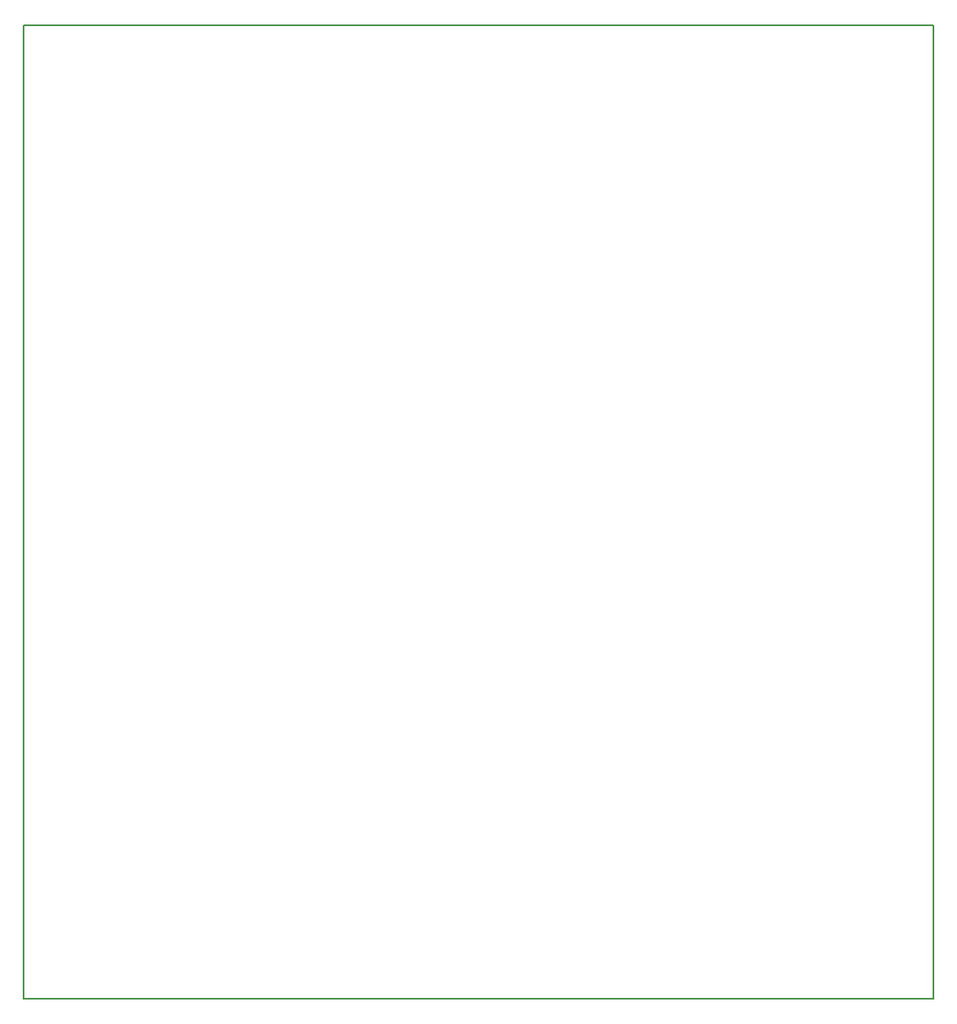
<source format=gbr>
G04 #@! TF.GenerationSoftware,KiCad,Pcbnew,(5.0.0-3-g5ebb6b6)*
G04 #@! TF.CreationDate,2018-09-21T15:01:55-06:00*
G04 #@! TF.ProjectId,Touch_Drum_Built-in_Audio,546F7563685F4472756D5F4275696C74,rev?*
G04 #@! TF.SameCoordinates,Original*
G04 #@! TF.FileFunction,Profile,NP*
%FSLAX46Y46*%
G04 Gerber Fmt 4.6, Leading zero omitted, Abs format (unit mm)*
G04 Created by KiCad (PCBNEW (5.0.0-3-g5ebb6b6)) date Friday, September 21, 2018 at 03:01:55 PM*
%MOMM*%
%LPD*%
G01*
G04 APERTURE LIST*
%ADD10C,0.200000*%
G04 APERTURE END LIST*
D10*
X156210000Y-39370000D02*
X124460000Y-39370000D01*
X124460000Y-45720000D02*
X124460000Y-39370000D01*
X124460000Y-114300000D02*
X124460000Y-45720000D01*
X215900000Y-39370000D02*
X156210000Y-39370000D01*
X215900000Y-66040000D02*
X215900000Y-39370000D01*
X215900000Y-137160000D02*
X215900000Y-66040000D01*
X124460000Y-137160000D02*
X215900000Y-137160000D01*
X124460000Y-114300000D02*
X124460000Y-137160000D01*
M02*

</source>
